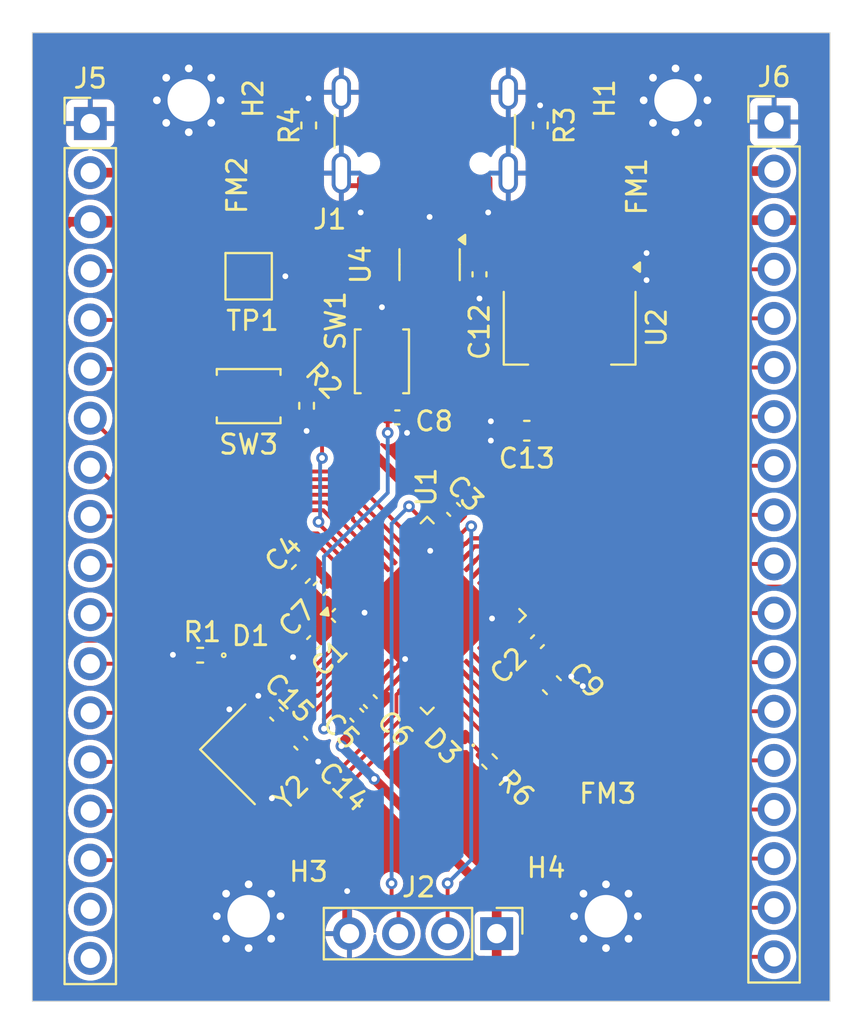
<source format=kicad_pcb>
(kicad_pcb (version 20240108) (generator "pcbnew") (generator_version "8.0")
  (layers (0 "F.Cu" signal) (31 "B.Cu" power) (34 "B.Paste" user) (35 "F.Paste" user) (36 "B.SilkS" user "B.Silkscreen") (37 "F.SilkS" user "F.Silkscreen") (38 "B.Mask" user) (39 "F.Mask" user) (44 "Edge.Cuts" user))
  (net 0 "")
  (net 1 "GND")
  (net 2 "+3.3V")
  (net 3 "/NRST")
  (net 4 "Net-(U1-VCAP1)")
  (net 5 "+5V")
  (net 6 "/HSE_OUT")
  (net 7 "/HSE_IN")
  (net 8 "/LED_PWR")
  (net 9 "Net-(D1-K)")
  (net 10 "Net-(D3-K)")
  (net 11 "/LED_1")
  (net 13 "/USB_D-")
  (net 14 "Net-(J1-CC1)")
  (net 15 "/USB_D+")
  (net 16 "Net-(J1-CC2)")
  (net 18 "/SWD_DIO")
  (net 19 "/SWD_CLK")
  (net 20 "/PA4")
  (net 21 "/PB0")
  (net 22 "/PA7")
  (net 23 "/PA1")
  (net 24 "/PA5")
  (net 25 "/PA2")
  (net 26 "/PA6")
  (net 27 "/PA9")
  (net 28 "/PB15")
  (net 29 "/PB14")
  (net 30 "/PB13")
  (net 31 "/PB12")
  (net 32 "/BOOT0")
  (net 33 "Net-(J1-D+-PadA6)")
  (net 34 "Net-(J1-D--PadA7)")
  (net 37 "/PB10")
  (net 38 "/PA10")
  (net 39 "/PB1")
  (net 40 "/PB2")
  (net 41 "/PA8")
  (net 42 "/PC14")
  (net 43 "/PC15")
  (net 44 "/PB8")
  (net 45 "/PA0")
  (net 46 "/PB3")
  (net 47 "/PB5")
  (net 48 "/PB9")
  (net 49 "/PA15")
  (net 50 "/PB7")
  (net 51 "/PB4")
  (net 52 "/PB6")
  (footprint "Button_Switch_SMD:SW_SPST_B3U-1000P" (layer "F.Cu") (at 147.2 91.5 90)
    (property "Reference" "SW1")
    (property "Value" "Push")
  )
  (footprint "Capacitor_SMD:C_0402_1005Metric" (layer "F.Cu") (at 144 103.25 45)
    (property "Reference" "C7")
    (property "Value" "100n")
  )
  (footprint "Capacitor_SMD:C_0402_1005Metric" (layer "F.Cu") (at 141.75 109.75 135)
    (property "Reference" "C15")
    (property "Value" "10pF")
  )
  (footprint "LED_SMD:LED_0402_1005Metric" (layer "F.Cu") (at 140.1 106.7)
    (property "Reference" "D1")
    (property "Value" "LED")
  )
  (footprint "Capacitor_SMD:C_0402_1005Metric" (layer "F.Cu") (at 145.9 109.8 135)
    (property "Reference" "C5")
    (property "Value" "100n")
  )
  (footprint "Connector_PinHeader_2.54mm:PinHeader_1x18_P2.54mm_Vertical" (layer "F.Cu") (at 167.5 79.12)
    (property "Reference" "J6")
    (property "Value" "Conn_01x18")
  )
  (footprint "Button_Switch_SMD:SW_SPST_B3U-1000P" (layer "F.Cu") (at 140.3 93.3 180)
    (property "Reference" "SW3")
    (property "Value" "Push")
  )
  (footprint "Resistor_SMD:R_0402_1005Metric" (layer "F.Cu") (at 152.771213 112.200035 -45)
    (property "Reference" "R6")
    (property "Value" "220")
  )
  (footprint "MountingHole:MountingHole_2.2mm_M2_Pad_Via" (layer "F.Cu") (at 140.3 120.2)
    (property "Reference" "H3")
    (property "Value" "MountingHole_Pad")
  )
  (footprint "Capacitor_SMD:C_0402_1005Metric" (layer "F.Cu") (at 152.25 87 -90)
    (property "Reference" "C12")
    (property "Value" "10u")
  )
  (footprint "Package_DFN_QFN:QFN-48-1EP_7x7mm_P0.5mm_EP5.6x5.6mm" (layer "F.Cu") (at 149.542744 104.645584 45)
    (property "Reference" "U1")
    (property "Value" "STM32F411CCU6")
  )
  (footprint "Capacitor_SMD:C_0402_1005Metric" (layer "F.Cu") (at 155.25 106 -135)
    (property "Reference" "C2")
    (property "Value" "100n")
  )
  (footprint "Connector_USB:USB_C_Receptacle_GCT_USB4105-xx-A_16P_TopMnt_Horizontal" (layer "F.Cu") (at 149.417967 78.659448 180)
    (property "Reference" "J1")
    (property "Value" "USB_C_Receptacle_USB2.0_16P")
  )
  (footprint "Package_TO_SOT_SMD:SOT-23-6" (layer "F.Cu") (at 149.667966 86.5 -90)
    (property "Reference" "U4")
    (property "Value" "2SC6")
  )
  (footprint "Connector_PinHeader_2.54mm:PinHeader_1x04_P2.54mm_Vertical" (layer "F.Cu") (at 153.14 121.1 -90)
    (property "Reference" "J2")
    (property "Value" "Conn_01x04")
  )
  (footprint "Capacitor_SMD:C_0402_1005Metric" (layer "F.Cu") (at 143.660589 106.039411 -135)
    (property "Reference" "C1")
    (property "Value" "100n")
  )
  (footprint "Fiducial:Fiducial_1mm_Mask2mm" (layer "F.Cu") (at 137.2 82.7)
    (property "Reference" "FM2")
    (property "Value" "Fiducial")
  )
  (footprint "Capacitor_SMD:C_0603_1608Metric" (layer "F.Cu") (at 156 108.25 -45)
    (property "Reference" "C9")
    (property "Value" "4u7")
  )
  (footprint "Fiducial:Fiducial_1mm_Mask2mm" (layer "F.Cu") (at 158.889411 115.860589)
    (property "Reference" "FM3")
    (property "Value" "Fiducial")
  )
  (footprint "LED_SMD:LED_0402_1005Metric" (layer "F.Cu") (at 151.160589 110.589411 135)
    (property "Reference" "D3")
    (property "Value" "LED")
  )
  (footprint "Capacitor_SMD:C_0402_1005Metric" (layer "F.Cu") (at 146.6 109.1 135)
    (property "Reference" "C6")
    (property "Value" "1u")
  )
  (footprint "Resistor_SMD:R_0402_1005Metric" (layer "F.Cu") (at 143.3 93.8 90)
    (property "Reference" "R2")
    (property "Value" "10K")
  )
  (footprint "MountingHole:MountingHole_2.2mm_M2_Pad_Via" (layer "F.Cu") (at 162.4 78)
    (property "Reference" "H1")
    (property "Value" "MountingHole_Pad")
  )
  (footprint "TestPoint:TestPoint_Pad_2.0x2.0mm" (layer "F.Cu") (at 140.3 87.1)
    (property "Reference" "TP1")
    (property "Value" "TestPoint")
  )
  (footprint "Fiducial:Fiducial_1mm_Mask2mm" (layer "F.Cu") (at 162.4 82.7)
    (property "Reference" "FM1")
    (property "Value" "Fiducial")
  )
  (footprint "Resistor_SMD:R_0402_1005Metric" (layer "F.Cu") (at 155.4 79.3 90)
    (property "Reference" "R3")
    (property "Value" "5.1k")
  )
  (footprint "Resistor_SMD:R_0402_1005Metric" (layer "F.Cu") (at 137.790001 106.7 180)
    (property "Reference" "R1")
    (property "Value" "220")
  )
  (footprint "Capacitor_SMD:C_0402_1005Metric" (layer "F.Cu") (at 148 94.4 180)
    (property "Reference" "C8")
    (property "Value" "0.1u")
  )
  (footprint "Capacitor_SMD:C_0402_1005Metric" (layer "F.Cu") (at 150.910589 99.160589 -45)
    (property "Reference" "C3")
    (property "Value" "100n")
  )
  (footprint "Capacitor_SMD:C_0603_1608Metric" (layer "F.Cu") (at 154.7 95.089411 180)
    (property "Reference" "C13")
    (property "Value" "22u")
  )
  (footprint "Capacitor_SMD:C_0402_1005Metric" (layer "F.Cu") (at 143 111.25 -45)
    (property "Reference" "C14")
    (property "Value" "10pF")
  )
  (footprint "Connector_PinHeader_2.54mm:PinHeader_1x18_P2.54mm_Vertical" (layer "F.Cu") (at 132.1 79.2)
    (property "Reference" "J5")
    (property "Value" "Conn_01x18")
  )
  (footprint "Capacitor_SMD:C_0603_1608Metric" (layer "F.Cu") (at 143 102.5 45)
    (property "Reference" "C4")
    (property "Value" "4u7")
  )
  (footprint "Package_TO_SOT_SMD:SOT-223-3_TabPin2" (layer "F.Cu") (at 156.917968 89.759447 -90)
    (property "Reference" "U2")
    (property "Value" "AZ1117-3.3")
  )
  (footprint "Resistor_SMD:R_0402_1005Metric" (layer "F.Cu") (at 143.410589 79.3 -90)
    (property "Reference" "R4")
    (property "Value" "5.1K")
  )
  (footprint "MountingHole:MountingHole_2.2mm_M2_Pad_Via" (layer "F.Cu") (at 137.2 78)
    (property "Reference" "H2")
    (property "Value" "MountingHole_Pad")
  )
  (footprint "MountingHole:MountingHole_2.2mm_M2_Pad_Via" (layer "F.Cu") (at 158.8 120.2)
    (property "Reference" "H4")
    (property "Value" "MountingHole_Pad")
  )
  (footprint "Crystal:Crystal_SMD_Abracon_ABM8G-4Pin_3.2x2.5mm" (layer "F.Cu") (at 140.371142 111.823223 -45)
    (property "Reference" "Y2")
    (property "Value" "8MHz")
  )
  (gr_rect (start 129.1 74.5) (end 170.4 124.6) (stroke (width 0.05)) (fill none) (layer "Edge.Cuts"))
  (segment (start 148.5 95.2) (end 148.5 94.4) (width 0.5) (layer "F.Cu") (net 1))
  (segment (start 153.979141 105.9) (end 154.471178 105.9) (width 0.2) (layer "F.Cu") (net 1))
  (segment (start 142.9 106.8) (end 143.321178 106.378822) (width 0.5) (layer "F.Cu") (net 1))
  (segment (start 150.382433 100.623914) (end 150.9 100.106347) (width 0.2) (layer "F.Cu") (net 1))
  (segment (start 140.3 87.1) (end 142.2 87.1) (width 0.5) (layer "F.Cu") (net 1))
  (segment (start 142.6 106.8) (end 142.9 106.8) (width 0.5) (layer "F.Cu") (net 1))
  (segment (start 143.339411 111.589411) (end 143.339411 111.639411) (width 0.5) (layer "F.Cu") (net 1))
  (segment (start 150.376086 100.623914) (end 149.7 101.3) (width 0.2) (layer "F.Cu") (net 1))
  (segment (start 143.410589 78.790001) (end 143.410589 77.910589) (width 0.5) (layer "F.Cu") (net 1))
  (segment (start 150.9 100.106347) (end 150.9 99.85) (width 0.2) (layer "F.Cu") (net 1))
  (segment (start 143.339411 111.639411) (end 143.9 112.2) (width 0.5) (layer "F.Cu") (net 1))
  (segment (start 152.617967 83.717967) (end 152.7 83.8) (width 0.5) (layer "F.Cu") (net 1))
  (segment (start 140.602081 113.202081) (end 141.5 114.1) (width 0.5) (layer "F.Cu") (net 1))
  (segment (start 144.339411 102.910589) (end 144.339411 102.743395) (width 0.5) (layer "F.Cu") (net 1))
  (segment (start 143.3 95.1) (end 143.3 94.309999) (width 0.5) (layer "F.Cu") (net 1))
  (segment (start 146.217967 83.682033) (end 146.1 83.8) (width 0.5) (layer "F.Cu") (net 1))
  (segment (start 147.693406 107.606594) (end 148.4 106.9) (width 0.2) (layer "F.Cu") (net 1))
  (segment (start 136.390295 106.689411) (end 136.379706 106.678822) (width 0.5) (layer "F.Cu") (net 1))
  (segment (start 140.194365 110.394365) (end 139.3 109.5) (width 0.5) (layer "F.Cu") (net 1))
  (segment (start 145.521074 103.805895) (end 145.201543 103.486364) (width 0.2) (layer "F.Cu") (net 1))
  (segment (start 147 108.3) (end 146.721178 108.3) (width 0.3) (layer "F.Cu") (net 1))
  (segment (start 143.410589 77.910589) (end 143.4 77.9) (width 0.5) (layer "F.Cu") (net 1))
  (segment (start 144.915186 103.486364) (end 144.339411 102.910589) (width 0.2) (layer "F.Cu") (net 1))
  (segment (start 153.564414 105.464414) (end 152.9 104.8) (width 0.2) (layer "F.Cu") (net 1))
  (segment (start 147.642395 107.657605) (end 147.2 108.1) (width 0.2) (layer "F.Cu") (net 1))
  (segment (start 141.410589 109.410589) (end 140.8 108.8) (width 0.5) (layer "F.Cu") (net 1))
  (segment (start 140.547919 113.202081) (end 140.602081 113.202081) (width 0.5) (layer "F.Cu") (net 1))
  (segment (start 146.260589 108.760589) (end 145.560589 109.460589) (width 0.5) (layer "F.Cu") (net 1))
  (segment (start 152.617967 82.414448) (end 152.617967 83.717967) (width 0.5) (layer "F.Cu") (net 1))
  (segment (start 146.721178 108.3) (end 146.260589 108.760589) (width 0.3) (layer "F.Cu") (net 1))
  (segment (start 154.471178 105.9) (end 154.910589 106.339411) (width 0.2) (layer "F.Cu") (net 1))
  (segment (start 147.2 108.1) (end 147 108.3) (width 0.3) (layer "F.Cu") (net 1))
  (segment (start 147.2 89.799999) (end 147.2 88.7) (width 0.5) (layer "F.Cu") (net 1))
  (segment (start 150.9 99.85) (end 151.25 99.5) (width 0.2) (layer "F.Cu") (net 1))
  (segment (start 145.521074 103.805895) (end 145.605895 103.805895) (width 0.2) (layer "F.Cu") (net 1))
  (segment (start 155.4 79.090001) (end 155.4 78.271178) (width 0.5) (layer "F.Cu") (net 1))
  (segment (start 145.4 120.98) (end 145.52 121.1) (width 0.5) (layer "F.Cu") (net 1))
  (segment (start 153.6 113.1) (end 153.131837 112.631837) (width 0.5) (layer "F.Cu") (net 1))
  (segment (start 144.339411 102.743395) (end 143.548008 101.951992) (width 0.5) (layer "F.Cu") (net 1))
  (segment (start 146.217967 82.414448) (end 146.217967 83.682033) (width 0.5) (layer "F.Cu") (net 1))
  (segment (start 153.564414 105.485273) (end 153.564414 105.464414) (width 0.2) (layer "F.Cu") (net 1))
  (segment (start 150.382433 100.623914) (end 150.376086 100.623914) (width 0.2) (layer "F.Cu") (net 1))
  (segment (start 149.667966 84.032034) (end 149.667966 85.3625) (width 0.5) (layer "F.Cu") (net 1))
  (segment (start 147.642395 107.606594) (end 147.642395 107.657605) (width 0.2) (layer "F.Cu") (net 1))
  (segment (start 155.4 78.271178) (end 155.389411 78.260589) (width 0.5) (layer "F.Cu") (net 1))
  (segment (start 145.605895 103.805895) (end 146.3 104.5) (width 0.2) (layer "F.Cu") (net 1))
  (segment (start 140.194365 110.444365) (end 140.194365 110.394365) (width 0.5) (layer "F.Cu") (net 1))
  (segment (start 152.25 88.25) (end 152.25 87.48) (width 0.5) (layer "F.Cu") (net 1))
  (segment (start 153.131837 112.631837) (end 153.131837 112.560659) (width 0.5) (layer "F.Cu") (net 1))
  (segment (start 137.209706 106.689411) (end 136.390295 106.689411) (width 0.5) (layer "F.Cu") (net 1))
  (segment (start 153.564414 105.485273) (end 153.979141 105.9) (width 0.2) (layer "F.Cu") (net 1))
  (segment (start 147.642395 107.606594) (end 147.693406 107.606594) (width 0.2) (layer "F.Cu") (net 1))
  (segment (start 145.4 118.9) (end 145.4 120.98) (width 0.5) (layer "F.Cu") (net 1))
  (segment (start 145.201543 103.486364) (end 144.915186 103.486364) (width 0.2) (layer "F.Cu") (net 1))
  (via (at 149.7 101.3) (size 0.6) (drill 0.3) (layers "F.Cu" "B.Cu") (net 1))
  (via (at 149.667966 84.032034) (size 0.6) (drill 0.3) (layers "F.Cu" "B.Cu") (net 1))
  (via (at 153.6 113.1) (size 0.6) (drill 0.3) (layers "F.Cu" "B.Cu") (net 1))
  (via (at 145.4 118.9) (size 0.6) (drill 0.3) (layers "F.Cu" "B.Cu") (net 1))
  (via (at 140.8 108.8) (size 0.6) (drill 0.3) (layers "F.Cu" "B.Cu") (net 1))
  (via (at 147.2 88.7) (size 0.6) (drill 0.3) (layers "F.Cu" "B.Cu") (net 1))
  (via (at 142.2 87.1) (size 0.6) (drill 0.3) (layers "F.Cu" "B.Cu") (net 1))
  (via (at 152.9 104.8) (size 0.6) (drill 0.3) (layers "F.Cu" "B.Cu") (net 1))
  (via (at 152.7 83.8) (size 0.6) (drill 0.3) (layers "F.Cu" "B.Cu") (net 1))
  (via (at 146.3 104.5) (size 0.6) (drill 0.3) (layers "F.Cu" "B.Cu") (net 1))
  (via (at 157 107.8) (size 0.6) (drill 0.3) (layers "F.Cu" "B.Cu") (net 1))
  (via (at 141.5 114.1) (size 0.6) (drill 0.3) (layers "F.Cu" "B.Cu") (net 1))
  (via (at 160.9 87.3) (size 0.6) (drill 0.3) (layers "F.Cu" "B.Cu") (net 1))
  (via (at 157.6 108.3) (size 0.6) (drill 0.3) (layers "F.Cu" "B.Cu") (net 1))
  (via (at 142.6 106.8) (size 0.6) (drill 0.3) (layers "F.Cu" "B.Cu") (net 1))
  (via (at 152.839411 95.6) (size 0.6) (drill 0.3) (layers "F.Cu" "B.Cu") (net 1))
  (via (at 143.9 112.2) (size 0.6) (drill 0.3) (layers "F.Cu" "B.Cu") (net 1))
  (via (at 146.1 83.8) (size 0.6) (drill 0.3) (layers "F.Cu" "B.Cu") (net 1))
  (via (at 160.9 85.9) (size 0.6) (drill 0.3) (layers "F.Cu" "B.Cu") (net 1))
  (via (at 152.25 88.25) (size 0.6) (drill 0.3) (layers "F.Cu" "B.Cu") (net 1))
  (via (at 143.4 77.9) (size 0.6) (drill 0.3) (layers "F.Cu" "B.Cu") (net 1))
  (via (at 139.3 109.5) (size 0.6) (drill 0.3) (layers "F.Cu" "B.Cu") (net 1))
  (via (at 148.4 106.9) (size 0.6) (drill 0.3) (layers "F.Cu" "B.Cu") (net 1))
  (via (at 136.379706 106.678822) (size 0.6) (drill 0.3) (layers "F.Cu" "B.Cu") (net 1))
  (via (at 143.3 95.1) (size 0.6) (drill 0.3) (layers "F.Cu" "B.Cu") (net 1))
  (via (at 152.839411 94.6) (size 0.6) (drill 0.3) (layers "F.Cu" "B.Cu") (net 1))
  (via (at 148.5 95.2) (size 0.6) (drill 0.3) (layers "F.Cu" "B.Cu") (net 1))
  (via (at 155.389411 78.260589) (size 0.6) (drill 0.3) (layers "F.Cu" "B.Cu") (net 1))
  (segment (start 156.5 106.6) (end 156.1 106.2) (width 0.5) (layer "F.Cu") (net 2))
  (segment (start 169.1 84.2) (end 169.7 84.8) (width 0.5) (layer "F.Cu") (net 2))
  (segment (start 144.8 92.6) (end 144.8 94.3) (width 0.5) (layer "F.Cu") (net 2))
  (segment (start 150 98.2) (end 150 98.25) (width 0.5) (layer "F.Cu") (net 2))
  (segment (start 169.7 84.8) (end 169.7 103.2) (width 0.5) (layer "F.Cu") (net 2))
  (segment (start 154.928822 105) (end 154.628822 104.7) (width 0.2) (layer "F.Cu") (net 2))
  (segment (start 147.4 108.8) (end 147.4 108.556095) (width 0.2) (layer "F.Cu") (net 2))
  (segment (start 169.7 105.7) (end 169.6 105.8) (width 0.3) (layer "F.Cu") (net 2))
  (segment (start 169.7 105.7) (end 169.7 105.9) (width 0.5) (layer "F.Cu") (net 2))
  (segment (start 154.349687 104.7) (end 153.917967 105.13172) (width 0.2) (layer "F.Cu") (net 2))
  (segment (start 165.6 103.2) (end 161.1 103.2) (width 0.5) (layer "F.Cu") (net 2))
  (segment (start 130.689411 123.989411) (end 129.8 123.1) (width 0.5) (layer "F.Cu") (net 2))
  (segment (start 147.4 108.556095) (end 147.995948 107.960147) (width 0.2) (layer "F.Cu") (net 2))
  (segment (start 135.5 105.9) (end 136.8 104.6) (width 0.5) (layer "F.Cu") (net 2))
  (segment (start 144.8 94.3) (end 148.2 97.7) (width 0.5) (layer "F.Cu") (net 2))
  (segment (start 132.1 84.28) (end 134.08 84.28) (width 0.6) (layer "F.Cu") (net 2))
  (segment (start 153.14 121.1) (end 153.14 119.44) (width 0.5) (layer "F.Cu") (net 2))
  (segment (start 169.7 123.5) (end 169.210589 123.989411) (width 0.5) (layer "F.Cu") (net 2))
  (segment (start 131.02 84.28) (end 132.1 84.28) (width 0.5) (layer "F.Cu") (net 2))
  (segment (start 149.7 99.7) (end 149.7 99.941481) (width 0.2) (layer "F.Cu") (net 2))
  (segment (start 145.1 111.4) (end 145.1 111.278822) (width 0.5) (layer "F.Cu") (net 2))
  (segment (start 161.1 103.2) (end 157.7 106.6) (width 0.5) (layer "F.Cu") (net 2))
  (segment (start 153.989411 123.989411) (end 153.14 123.14) (width 0.5) (layer "F.Cu") (net 2))
  (segment (start 148.2 97.7) (end 149.5 97.7) (width 0.5) (layer "F.Cu") (net 2))
  (segment (start 129.8 123.1) (end 129.8 105.9) (width 0.5) (layer "F.Cu") (net 2))
  (segment (start 165.8 84.2) (end 167.5 84.2) (width 0.5) (layer "F.Cu") (net 2))
  (segment (start 153.989411 123.989411) (end 130.689411 123.989411) (width 0.5) (layer "F.Cu") (net 2))
  (segment (start 149.9 99.492356) (end 149.9 99.5) (width 0.2) (layer "F.Cu") (net 2))
  (segment (start 149.5 97.7) (end 150 98.2) (width 0.5) (layer "F.Cu") (net 2))
  (segment (start 146.939411 109.439411) (end 146.239411 110.139411) (width 0.5) (layer "F.Cu") (net 2))
  (segment (start 162.8 85.8) (end 164.2 85.8) (width 0.5) (layer "F.Cu") (net 2))
  (segment (start 149.9 99.5) (end 149.7 99.7) (width 0.2) (layer "F.Cu") (net 2))
  (segment (start 155.589411 105.660589) (end 154.928822 105) (width 0.5) (layer "F.Cu") (net 2))
  (segment (start 140.9 104.6) (end 142.451992 103.048008) (width 0.5) (layer "F.Cu") (net 2))
  (segment (start 137.1 87.3) (end 137.1 89.9) (width 0.6) (layer "F.Cu") (net 2))
  (segment (start 160.510589 95.089411) (end 162 93.6) (width 0.5) (layer "F.Cu") (net 2))
  (segment (start 154.628822 104.7) (end 154.349687 104.7) (width 0.2) (layer "F.Cu") (net 2))
  (segment (start 145.1 111.278822) (end 146.239411 110.139411) (width 0.5) (layer "F.Cu") (net 2))
  (segment (start 167.5 84.2) (end 169.1 84.2) (width 0.5) (layer "F.Cu") (net 2))
  (segment (start 157.7 106.6) (end 156.5 106.6) (width 0.5) (layer "F.Cu") (net 2))
  (segment (start 137.1 92.4) (end 138 93.3) (width 0.6) (layer "F.Cu") (net 2))
  (segment (start 164.2 85.8) (end 165.8 84.2) (width 0.5) (layer "F.Cu") (net 2))
  (segment (start 147.4 108.8) (end 147.4 108.978822) (width 0.5) (layer "F.Cu") (net 2))
  (segment (start 169.7 103.2) (end 169.7 105.7) (width 0.5) (layer "F.Cu") (net 2))
  (segment (start 149.7 99.941481) (end 150.02888 100.270361) (width 0.2) (layer "F.Cu") (net 2))
  (segment (start 147.4 108.978822) (end 146.939411 109.439411) (width 0.5) (layer "F.Cu") (net 2))
  (segment (start 134 105.9) (end 135.5 105.9) (width 0.5) (layer "F.Cu") (net 2))
  (segment (start 138 93.3) (end 138.599999 93.3) (width 0.6) (layer "F.Cu") (net 2))
  (segment (start 153.14 119.44) (end 146.8 113.1) (width 0.5) (layer "F.Cu") (net 2))
  (segment (start 137.1 89.9) (end 142.1 89.9) (width 0.5) (layer "F.Cu") (net 2))
  (segment (start 155.6 95.214411) (end 155.475 95.089411) (width 0.5) (layer "F.Cu") (net 2))
  (segment (start 134.08 84.28) (end 137.1 87.3) (width 0.6) (layer "F.Cu") (net 2))
  (segment (start 137.1 89.9) (end 137.1 92.4) (width 0.6) (layer "F.Cu") (net 2))
  (segment (start 129.8 105.9) (end 134 105.9) (width 0.3) (layer "F.Cu") (net 2))
  (segment (start 169.7 105.9) (end 169.7 123.5) (width 0.5) (layer "F.Cu") (net 2))
  (segment (start 153.14 123.14) (end 153.14 121.1) (width 0.5) (layer "F.Cu") (net 2))
  (segment (start 162 93.6) (end 162 86.6) (width 0.5) (layer "F.Cu") (net 2))
  (segment (start 150 98.25) (end 150.571178 98.821178) (width 0.5) (layer "F.Cu") (net 2))
  (segment (start 169.210589 123.989411) (end 153.989411 123.989411) (width 0.5) (layer "F.Cu") (net 2))
  (segment (start 129.8 85.5) (end 131.02 84.28) (width 0.5) (layer "F.Cu") (net 2))
  (segment (start 136.8 104.6) (end 140.9 104.6) (width 0.5) (layer "F.Cu") (net 2))
  (segment (start 156.1 106.2) (end 156.1 106.171178) (width 0.5) (layer "F.Cu") (net 2))
  (segment (start 169.7 103.2) (end 165.6 103.2) (width 0.3) (layer "F.Cu") (net 2))
  (segment (start 162 86.6) (end 162.8 85.8) (width 0.5) (layer "F.Cu") (net 2))
  (segment (start 150.571178 98.821178) (end 149.9 99.492356) (width 0.2) (layer "F.Cu") (net 2))
  (segment (start 129.8 105.9) (end 129.8 85.5) (width 0.5) (layer "F.Cu") (net 2))
  (segment (start 156.1 106.171178) (end 155.589411 105.660589) (width 0.5) (layer "F.Cu") (net 2))
  (segment (start 142.1 89.9) (end 144.8 92.6) (width 0.5) (layer "F.Cu") (net 2))
  (segment (start 155.475 95.089411) (end 160.510589 95.089411) (width 0.5) (layer "F.Cu") (net 2))
  (via (at 146.8 113.1) (size 0.6) (drill 0.3) (layers "F.Cu" "B.Cu") (net 2))
  (via (at 145.1 111.4) (size 0.6) (drill 0.3) (layers "F.Cu" "B.Cu") (net 2))
  (segment (start 146.8 113.1) (end 145.1 111.4) (width 0.5) (layer "B.Cu") (net 2))
  (segment (start 147.52 94.4) (end 147.52 93.520001) (width 0.2) (layer "F.Cu") (net 3))
  (segment (start 147.5 94.42) (end 147.52 94.4) (width 0.2) (layer "F.Cu") (net 3))
  (segment (start 146.691881 107.85) (end 146.350934 107.85) (width 0.2) (layer "F.Cu") (net 3))
  (segment (start 144.2 110.000934) (end 144.2 110.5) (width 0.2) (layer "F.Cu") (net 3))
  (segment (start 147.288841 107.25304) (end 146.691881 107.85) (width 0.2) (layer "F.Cu") (net 3))
  (segment (start 147.5 95.2) (end 147.5 94.42) (width 0.2) (layer "F.Cu") (net 3))
  (segment (start 147.52 93.520001) (end 147.2 93.200001) (width 0.2) (layer "F.Cu") (net 3))
  (segment (start 146.350934 107.85) (end 144.2 110.000934) (width 0.2) (layer "F.Cu") (net 3))
  (via (at 144.2 110.5) (size 0.6) (drill 0.3) (layers "F.Cu" "B.Cu") (net 3))
  (via (at 147.5 95.2) (size 0.6) (drill 0.3) (layers "F.Cu" "B.Cu") (net 3))
  (segment (start 144.2 101.6) (end 144.2 110.5) (width 0.2) (layer "B.Cu") (net 3))
  (segment (start 147.5 98.3) (end 144.2 101.6) (width 0.2) (layer "B.Cu") (net 3))
  (segment (start 147.5 95.2) (end 147.5 98.3) (width 0.2) (layer "B.Cu") (net 3))
  (segment (start 154.5 107.1) (end 154.85 107.1) (width 0.25) (layer "F.Cu") (net 4))
  (segment (start 154.85 107.1) (end 155.451992 107.701992) (width 0.25) (layer "F.Cu") (net 4))
  (segment (start 153.238827 105.838827) (end 154.5 107.1) (width 0.25) (layer "F.Cu") (net 4))
  (segment (start 153.21086 105.838827) (end 153.238827 105.838827) (width 0.25) (layer "F.Cu") (net 4))
  (segment (start 149.815932 86.52) (end 151 86.52) (width 0.5) (layer "F.Cu") (net 5))
  (segment (start 149.5 86.5) (end 149.667966 86.667966) (width 0.5) (layer "F.Cu") (net 5))
  (segment (start 165.34 81.66) (end 167.5 81.66) (width 0.5) (layer "F.Cu") (net 5))
  (segment (start 151.817967 82.339448) (end 151.817967 85.702033) (width 0.5) (layer "F.Cu") (net 5))
  (segment (start 148 86.5) (end 149.5 86.5) (width 0.5) (layer "F.Cu") (net 5))
  (segment (start 136.3 85) (end 146.5 85) (width 0.5) (layer "F.Cu") (net 5))
  (segment (start 154.617968 85.082032) (end 154.8 84.9) (width 0.5) (layer "F.Cu") (net 5))
  (segment (start 149.667966 86.667966) (end 149.815932 86.52) (width 0.5) (layer "F.Cu") (net 5))
  (segment (start 154.8 84.9) (end 163.1 84.9) (width 0.5) (layer "F.Cu") (net 5))
  (segment (start 149.667966 86.667966) (end 149.667966 87.6375) (width 0.5) (layer "F.Cu") (net 5))
  (segment (start 154.617968 86.609447) (end 154.617968 85.082032) (width 0.5) (layer "F.Cu") (net 5))
  (segment (start 151 86.52) (end 152.25 86.52) (width 0.5) (layer "F.Cu") (net 5))
  (segment (start 152.25 86.52) (end 154.528521 86.52) (width 0.5) (layer "F.Cu") (net 5))
  (segment (start 134.8 82.4) (end 134.8 83.5) (width 0.5) (layer "F.Cu") (net 5))
  (segment (start 134.8 83.5) (end 136.3 85) (width 0.5) (layer "F.Cu") (net 5))
  (segment (start 134.14 81.74) (end 134.8 82.4) (width 0.5) (layer "F.Cu") (net 5))
  (segment (start 151.817967 85.702033) (end 151 86.52) (width 0.5) (layer "F.Cu") (net 5))
  (segment (start 163.1 84.9) (end 164.5 83.5) (width 0.5) (layer "F.Cu") (net 5))
  (segment (start 164.5 83.5) (end 164.5 82.5) (width 0.5) (layer "F.Cu") (net 5))
  (segment (start 147.017967 82.339448) (end 147.017967 85.517967) (width 0.5) (layer "F.Cu") (net 5))
  (segment (start 146.5 85) (end 147.017967 85.517967) (width 0.5) (layer "F.Cu") (net 5))
  (segment (start 147.017967 85.517967) (end 148 86.5) (width 0.5) (layer "F.Cu") (net 5))
  (segment (start 154.528521 86.52) (end 154.617968 86.609447) (width 0.5) (layer "F.Cu") (net 5))
  (segment (start 164.5 82.5) (end 165.34 81.66) (width 0.5) (layer "F.Cu") (net 5))
  (segment (start 132.1 81.74) (end 134.14 81.74) (width 0.5) (layer "F.Cu") (net 5))
  (segment (start 146.935288 106.899487) (end 146.429971 107.404804) (width 0.2) (layer "F.Cu") (net 6))
  (segment (start 142.660589 110.639411) (end 142.660589 110.910589) (width 0.2) (layer "F.Cu") (net 6))
  (segment (start 145.895196 107.404804) (end 142.660589 110.639411) (width 0.2) (layer "F.Cu") (net 6))
  (segment (start 146.429971 107.404804) (end 145.895196 107.404804) (width 0.2) (layer "F.Cu") (net 6))
  (segment (start 141.75 111.821178) (end 142.660589 110.910589) (width 0.2) (layer "F.Cu") (net 6))
  (segment (start 141.75 112) (end 141.75 111.821178) (width 0.2) (layer "F.Cu") (net 6))
  (segment (start 139.645838 112.3) (end 138.992284 111.646446) (width 0.2) (layer "F.Cu") (net 7))
  (segment (start 146.581734 106.545933) (end 146.554067 106.545933) (width 0.2) (layer "F.Cu") (net 7))
  (segment (start 143.378822 108.8) (end 142.089411 110.089411) (width 0.2) (layer "F.Cu") (net 7))
  (segment (start 146.581734 106.545933) (end 146.122863 107.004804) (width 0.2) (layer "F.Cu") (net 7))
  (segment (start 146.122863 107.004804) (end 145.695196 107.004804) (width 0.2) (layer "F.Cu") (net 7))
  (segment (start 142.089411 110.089411) (end 139.878822 112.3) (width 0.2) (layer "F.Cu") (net 7))
  (segment (start 143.9 108.8) (end 143.378822 108.8) (width 0.2) (layer "F.Cu") (net 7))
  (segment (start 139.878822 112.3) (end 139.645838 112.3) (width 0.2) (layer "F.Cu") (net 7))
  (segment (start 145.695196 107.004804) (end 143.9 108.8) (width 0.2) (layer "F.Cu") (net 7))
  (segment (start 143.6 107.4) (end 142.1 107.4) (width 0.2) (layer "F.Cu") (net 8))
  (segment (start 145.201543 105.804804) (end 145.195196 105.804804) (width 0.2) (layer "F.Cu") (net 8))
  (segment (start 142.1 107.4) (end 141.4 106.7) (width 0.2) (layer "F.Cu") (net 8))
  (segment (start 141.4 106.7) (end 140.585 106.7) (width 0.2) (layer "F.Cu") (net 8))
  (segment (start 145.521074 105.485273) (end 145.201543 105.804804) (width 0.2) (layer "F.Cu") (net 8))
  (segment (start 145.195196 105.804804) (end 143.6 107.4) (width 0.2) (layer "F.Cu") (net 8))
  (segment (start 139.615 106.7) (end 138.3 106.7) (width 0.2) (layer "F.Cu") (net 9))
  (segment (start 151.503536 110.932358) (end 152.410589 111.839411) (width 0.2) (layer "F.Cu") (net 10))
  (segment (start 150.02888 109.457702) (end 150.817642 110.246464) (width 0.2) (layer "F.Cu") (net 11))
  (segment (start 150.02888 109.020807) (end 150.02888 109.457702) (width 0.2) (layer "F.Cu") (net 11))
  (segment (start 149.91 96.013014) (end 149.91 89.7) (width 0.22) (layer "F.Cu") (net 13))
  (segment (start 151.443093 101.684574) (end 151.443093 101.628006) (width 0.22) (layer "F.Cu") (net 13))
  (segment (start 149.91 89.29) (end 150.617965 88.582035) (width 0.2) (layer "F.Cu") (net 13))
  (segment (start 149.91 89.7) (end 149.91 89.29) (width 0.2) (layer "F.Cu") (net 13))
  (segment (start 151.838809 101.288858) (end 151.838809 101.23229) (width 0.22) (layer "F.Cu") (net 13))
  (segment (start 153.21 99.313014) (end 149.91 96.013014) (width 0.22) (layer "F.Cu") (net 13))
  (segment (start 150.617965 88.582035) (end 150.617965 87.6375) (width 0.2) (layer "F.Cu") (net 13))
  (segment (start 153.21 100.413895) (end 153.21 99.313014) (width 0.22) (layer "F.Cu") (net 13))
  (segment (start 151.838809 101.23229) (end 151.997091 101.074008) (width 0.22) (layer "F.Cu") (net 13))
  (segment (start 151.443093 101.684574) (end 151.838809 101.288858) (width 0.22) (layer "F.Cu") (net 13))
  (segment (start 151.997091 101.074008) (end 152.549887 101.074008) (width 0.22) (layer "F.Cu") (net 13))
  (segment (start 152.549887 101.074008) (end 153.21 100.413895) (width 0.22) (layer "F.Cu") (net 13))
  (segment (start 150.667967 80.732033) (end 151.6 79.8) (width 0.2) (layer "F.Cu") (net 14))
  (segment (start 154.9 79.8) (end 154.909999 79.809999) (width 0.2) (layer "F.Cu") (net 14))
  (segment (start 154.909999 79.809999) (end 155.4 79.809999) (width 0.2) (layer "F.Cu") (net 14))
  (segment (start 151.6 79.8) (end 154.9 79.8) (width 0.2) (layer "F.Cu") (net 14))
  (segment (start 150.667967 82.339447) (end 150.667967 80.732033) (width 0.2) (layer "F.Cu") (net 14))
  (segment (start 152.79 99.486986) (end 149.49 96.186986) (width 0.22) (layer "F.Cu") (net 15))
  (segment (start 149.49 89.7) (end 149.49 89.29) (width 0.2) (layer "F.Cu") (net 15))
  (segment (start 151.485256 100.935305) (end 151.541824 100.935305) (width 0.22) (layer "F.Cu") (net 15))
  (segment (start 151.08954 101.331021) (end 151.146108 101.331021) (width 0.22) (layer "F.Cu") (net 15))
  (segment (start 149.49 96.186986) (end 149.49 89.7) (width 0.22) (layer "F.Cu") (net 15))
  (segment (start 152.79 100.239923) (end 152.79 99.486986) (width 0.22) (layer "F.Cu") (net 15))
  (segment (start 151.541824 100.935305) (end 151.823121 100.654008) (width 0.22) (layer "F.Cu") (net 15))
  (segment (start 149.49 89.29) (end 148.717967 88.517967) (width 0.2) (layer "F.Cu") (net 15))
  (segment (start 151.823121 100.654008) (end 152.375915 100.654008) (width 0.22) (layer "F.Cu") (net 15))
  (segment (start 148.717967 88.517967) (end 148.717967 87.6375) (width 0.2) (layer "F.Cu") (net 15))
  (segment (start 152.375915 100.654008) (end 152.79 100.239923) (width 0.22) (layer "F.Cu") (net 15))
  (segment (start 151.08954 101.331021) (end 151.485256 100.935305) (width 0.22) (layer "F.Cu") (net 15))
  (segment (start 147.667967 80.767967) (end 146.709999 79.809999) (width 0.2) (layer "F.Cu") (net 16))
  (segment (start 146.709999 79.809999) (end 143.410589 79.809999) (width 0.2) (layer "F.Cu") (net 16))
  (segment (start 147.667967 82.339448) (end 147.667967 80.767967) (width 0.2) (layer "F.Cu") (net 16))
  (segment (start 150.6 118.5) (end 150.6 121.1) (width 0.2) (layer "F.Cu") (net 18))
  (segment (start 151.683822 100.029633) (end 151.823453 100.029633) (width 0.2) (layer "F.Cu") (net 18))
  (segment (start 150.735987 100.977468) (end 151.683822 100.029633) (width 0.2) (layer "F.Cu") (net 18))
  (via (at 151.823453 100.029633) (size 0.6) (drill 0.3) (layers "F.Cu" "B.Cu") (net 18))
  (via (at 150.6 118.5) (size 0.6) (drill 0.3) (layers "F.Cu" "B.Cu") (net 18))
  (segment (start 151.823453 100.029633) (end 151.823453 117.276547) (width 0.2) (layer "B.Cu") (net 18))
  (segment (start 151.823453 117.276547) (end 150.6 118.5) (width 0.2) (layer "B.Cu") (net 18))
  (segment (start 149.3 99.7) (end 149.1 99.5) (width 0.2) (layer "F.Cu") (net 19))
  (segment (start 147.7 118.5) (end 147.7 119.5) (width 0.2) (layer "F.Cu") (net 19))
  (segment (start 149.1 99.5) (end 148.6 99) (width 0.2) (layer "F.Cu") (net 19))
  (segment (start 149.3 100) (end 149.3 99.7) (width 0.2) (layer "F.Cu") (net 19))
  (segment (start 149.056608 100.256608) (end 149.056608 100.270361) (width 0.2) (layer "F.Cu") (net 19))
  (segment (start 147.7 119.5) (end 148.060001 119.860001) (width 0.2) (layer "F.Cu") (net 19))
  (segment (start 149.056608 100.270361) (end 149.3 100.026969) (width 0.2) (layer "F.Cu") (net 19))
  (segment (start 148.060001 119.860001) (end 148.060001 121.1) (width 0.2) (layer "F.Cu") (net 19))
  (segment (start 149.3 100.026969) (end 149.3 100) (width 0.2) (layer "F.Cu") (net 19))
  (via (at 148.6 99) (size 0.6) (drill 0.3) (layers "F.Cu" "B.Cu") (net 19))
  (via (at 147.7 118.5) (size 0.6) (drill 0.3) (layers "F.Cu" "B.Cu") (net 19))
  (segment (start 148.6 99) (end 147.7 99.9) (width 0.2) (layer "B.Cu") (net 19))
  (segment (start 147.7 99.9) (end 147.7 118.5) (width 0.2) (layer "B.Cu") (net 19))
  (segment (start 150.382433 108.682433) (end 156 114.3) (width 0.2) (layer "F.Cu") (net 20))
  (segment (start 162.9 121.4) (end 163.8 122.3) (width 0.2) (layer "F.Cu") (net 20))
  (segment (start 160.2 114.3) (end 162.9 117) (width 0.2) (layer "F.Cu") (net 20))
  (segment (start 162.9 117) (end 162.9 121.4) (width 0.2) (layer "F.Cu") (net 20))
  (segment (start 150.382433 108.667254) (end 150.382433 108.682433) (width 0.2) (layer "F.Cu") (net 20))
  (segment (start 163.8 122.3) (end 167.5 122.3) (width 0.2) (layer "F.Cu") (net 20))
  (segment (start 156 114.3) (end 160.2 114.3) (width 0.2) (layer "F.Cu") (net 20))
  (segment (start 151.796647 107.25304) (end 156.683607 112.14) (width 0.2) (layer "F.Cu") (net 21))
  (segment (start 156.683607 112.14) (end 167.5 112.14) (width 0.2) (layer "F.Cu") (net 21))
  (segment (start 161.9 113.1) (end 163.48 114.68) (width 0.2) (layer "F.Cu") (net 22))
  (segment (start 156.936499 113.1) (end 161.9 113.1) (width 0.2) (layer "F.Cu") (net 22))
  (segment (start 163.48 114.68) (end 167.5 114.68) (width 0.2) (layer "F.Cu") (net 22))
  (segment (start 151.443093 107.606594) (end 156.936499 113.1) (width 0.2) (layer "F.Cu") (net 22))
  (segment (start 135.367157 115.467157) (end 134.66 114.76) (width 0.2) (layer "F.Cu") (net 23))
  (segment (start 148.383524 109.816476) (end 142.732843 115.467157) (width 0.2) (layer "F.Cu") (net 23))
  (segment (start 148.703055 108.667254) (end 148.383524 108.986785) (width 0.2) (layer "F.Cu") (net 23))
  (segment (start 134.66 114.76) (end 132.1 114.76) (width 0.2) (layer "F.Cu") (net 23))
  (segment (start 148.383524 108.986785) (end 148.383524 109.816476) (width 0.2) (layer "F.Cu") (net 23))
  (segment (start 142.732843 115.467157) (end 135.367157 115.467157) (width 0.2) (layer "F.Cu") (net 23))
  (segment (start 150.735987 108.3137) (end 156.322287 113.9) (width 0.2) (layer "F.Cu") (net 24))
  (segment (start 164.5 119.1) (end 165.16 119.76) (width 0.2) (layer "F.Cu") (net 24))
  (segment (start 165.16 119.76) (end 167.5 119.76) (width 0.2) (layer "F.Cu") (net 24))
  (segment (start 160.365686 113.9) (end 164.5 118.034314) (width 0.2) (layer "F.Cu") (net 24))
  (segment (start 164.5 118.034314) (end 164.5 119.1) (width 0.2) (layer "F.Cu") (net 24))
  (segment (start 156.322287 113.9) (end 160.365686 113.9) (width 0.2) (layer "F.Cu") (net 24))
  (segment (start 149.056608 109.020807) (end 149.3 109.264199) (width 0.2) (layer "F.Cu") (net 25))
  (segment (start 149.3 109.264199) (end 149.3 109.6) (width 0.2) (layer "F.Cu") (net 25))
  (segment (start 141.6 117.3) (end 132.1 117.3) (width 0.2) (layer "F.Cu") (net 25))
  (segment (start 149.3 109.6) (end 141.6 117.3) (width 0.2) (layer "F.Cu") (net 25))
  (segment (start 164.251372 117.22) (end 167.5 117.22) (width 0.2) (layer "F.Cu") (net 26))
  (segment (start 156.629393 113.5) (end 160.531372 113.5) (width 0.2) (layer "F.Cu") (net 26))
  (segment (start 151.08954 107.960147) (end 156.629393 113.5) (width 0.2) (layer "F.Cu") (net 26))
  (segment (start 160.531372 113.5) (end 164.251372 117.22) (width 0.2) (layer "F.Cu") (net 26))
  (segment (start 155.7 101.5) (end 153.269408 101.5) (width 0.2) (layer "F.Cu") (net 27))
  (segment (start 152.657872 101.884009) (end 152.1502 102.391681) (width 0.2) (layer "F.Cu") (net 27))
  (segment (start 152.885399 101.884009) (end 152.657872 101.884009) (width 0.2) (layer "F.Cu") (net 27))
  (segment (start 165.82 89.28) (end 164 91.1) (width 0.2) (layer "F.Cu") (net 27))
  (segment (start 167.5 89.28) (end 165.82 89.28) (width 0.2) (layer "F.Cu") (net 27))
  (segment (start 164 93.2) (end 155.7 101.5) (width 0.2) (layer "F.Cu") (net 27))
  (segment (start 164 91.1) (end 164 93.2) (width 0.2) (layer "F.Cu") (net 27))
  (segment (start 153.269408 101.5) (end 152.885399 101.884009) (width 0.2) (layer "F.Cu") (net 27))
  (segment (start 156.434314 102.3) (end 164.374314 94.36) (width 0.2) (layer "F.Cu") (net 28))
  (segment (start 164.374314 94.36) (end 167.5 94.36) (width 0.2) (layer "F.Cu") (net 28))
  (segment (start 152.857307 103.098788) (end 153.656095 102.3) (width 0.2) (layer "F.Cu") (net 28))
  (segment (start 153.656095 102.3) (end 156.434314 102.3) (width 0.2) (layer "F.Cu") (net 28))
  (segment (start 162.4 96.9) (end 167.5 96.9) (width 0.2) (layer "F.Cu") (net 29))
  (segment (start 156.6 102.7) (end 162.4 96.9) (width 0.2) (layer "F.Cu") (net 29))
  (segment (start 153.963201 102.7) (end 156.6 102.7) (width 0.2) (layer "F.Cu") (net 29))
  (segment (start 153.21086 103.452341) (end 153.963201 102.7) (width 0.2) (layer "F.Cu") (net 29))
  (segment (start 160.494314 99.44) (end 167.5 99.44) (width 0.2) (layer "F.Cu") (net 30))
  (segment (start 154.270309 103.1) (end 156.834314 103.1) (width 0.2) (layer "F.Cu") (net 30))
  (segment (start 153.564414 103.805895) (end 154.270309 103.1) (width 0.2) (layer "F.Cu") (net 30))
  (segment (start 156.834314 103.1) (end 160.494314 99.44) (width 0.2) (layer "F.Cu") (net 30))
  (segment (start 153.917967 104.159448) (end 153.940552 104.159448) (width 0.2) (layer "F.Cu") (net 31))
  (segment (start 153.940552 104.159448) (end 154.6 103.5) (width 0.2) (layer "F.Cu") (net 31))
  (segment (start 154.6 103.5) (end 157 103.5) (width 0.2) (layer "F.Cu") (net 31))
  (segment (start 157 103.5) (end 158.52 101.98) (width 0.2) (layer "F.Cu") (net 31))
  (segment (start 158.52 101.98) (end 167.5 101.98) (width 0.2) (layer "F.Cu") (net 31))
  (segment (start 146 102.3) (end 146 101.968628) (width 0.2) (layer "F.Cu") (net 32))
  (segment (start 144.031372 100) (end 144.031372 99.916598) (width 0.2) (layer "F.Cu") (net 32))
  (segment (start 142.01 93.290001) (end 142.000001 93.3) (width 0.2) (layer "F.Cu") (net 32))
  (segment (start 146.475668 102.745235) (end 146.030433 102.3) (width 0.2) (layer "F.Cu") (net 32))
  (segment (start 143.3 93.290001) (end 142.01 93.290001) (width 0.2) (layer "F.Cu") (net 32))
  (segment (start 146 101.968628) (end 144.031372 100) (width 0.2) (layer "F.Cu") (net 32))
  (segment (start 146.581734 102.745235) (end 146.475668 102.745235) (width 0.2) (layer "F.Cu") (net 32))
  (segment (start 144.1 93.7) (end 143.690001 93.290001) (width 0.2) (layer "F.Cu") (net 32))
  (segment (start 144.031372 99.916598) (end 143.916969 99.802195) (width 0.2) (layer "F.Cu") (net 32))
  (segment (start 144.1 96.5) (end 144.1 93.7) (width 0.2) (layer "F.Cu") (net 32))
  (segment (start 143.690001 93.290001) (end 143.3 93.290001) (width 0.2) (layer "F.Cu") (net 32))
  (segment (start 146.030433 102.3) (end 146 102.3) (width 0.2) (layer "F.Cu") (net 32))
  (via (at 143.916969 99.802195) (size 0.6) (drill 0.3) (layers "F.Cu" "B.Cu") (net 32))
  (via (at 144.1 96.5) (size 0.6) (drill 0.3) (layers "F.Cu" "B.Cu") (net 32))
  (segment (start 144.1 96.5) (end 144 96.6) (width 0.2) (layer "B.Cu") (net 32))
  (segment (start 144 96.6) (end 144 99.719164) (width 0.2) (layer "B.Cu") (net 32))
  (segment (start 144 99.719164) (end 143.916969 99.802195) (width 0.2) (layer "B.Cu") (net 32))
  (segment (start 149.667967 82.946858) (end 149.667967 82.339448) (width 0.2) (layer "F.Cu") (net 33))
  (segment (start 149.107413 83.507413) (end 149.667967 82.946858) (width 0.2) (layer "F.Cu") (net 33))
  (segment (start 148.667967 83.067967) (end 148.667967 82.339448) (width 0.2) (layer "F.Cu") (net 33))
  (segment (start 148.717967 83.896858) (end 149.107413 83.507413) (width 0.2) (layer "F.Cu") (net 33))
  (segment (start 149.107413 83.507413) (end 148.667967 83.067967) (width 0.2) (layer "F.Cu") (net 33))
  (segment (start 148.717967 85.3625) (end 148.717967 83.896858) (width 0.2) (layer "F.Cu") (net 33))
  (segment (start 150.617965 84.117965) (end 150.167967 83.667967) (width 0.2) (layer "F.Cu") (net 34))
  (segment (start 149.900377 81.464448) (end 150.167967 81.732038) (width 0.2) (layer "F.Cu") (net 34))
  (segment (start 149.167967 81.732038) (end 149.435557 81.464448) (width 0.2) (layer "F.Cu") (net 34))
  (segment (start 150.167967 81.732038) (end 150.167967 82.339448) (width 0.2) (layer "F.Cu") (net 34))
  (segment (start 150.167967 83.667967) (end 150.167967 82.339448) (width 0.2) (layer "F.Cu") (net 34))
  (segment (start 149.435557 81.464448) (end 149.900377 81.464448) (width 0.2) (layer "F.Cu") (net 34))
  (segment (start 149.167967 82.339448) (end 149.167967 81.732038) (width 0.2) (layer "F.Cu") (net 34))
  (segment (start 150.617965 85.3625) (end 150.617965 84.117965) (width 0.2) (layer "F.Cu") (net 34))
  (segment (start 152.857307 106.19238) (end 152.857307 106.203323) (width 0.2) (layer "F.Cu") (net 37))
  (segment (start 153.176838 106.511911) (end 153.176838 106.725367) (width 0.2) (layer "F.Cu") (net 37))
  (segment (start 162.1 105.6) (end 163.18 104.52) (width 0.2) (layer "F.Cu") (net 37))
  (segment (start 162.1 105.648529) (end 162.1 105.6) (width 0.2) (layer "F.Cu") (net 37))
  (segment (start 157.348529 110.4) (end 162.1 105.648529) (width 0.2) (layer "F.Cu") (net 37))
  (segment (start 153.176838 106.725367) (end 156.851471 110.4) (width 0.2) (layer "F.Cu") (net 37))
  (segment (start 163.18 104.52) (end 167.5 104.52) (width 0.2) (layer "F.Cu") (net 37))
  (segment (start 156.851471 110.4) (end 157.348529 110.4) (width 0.2) (layer "F.Cu") (net 37))
  (segment (start 152.857307 106.19238) (end 153.176838 106.511911) (width 0.2) (layer "F.Cu") (net 37))
  (segment (start 152.719714 101.484009) (end 153.103723 101.1) (width 0.2) (layer "F.Cu") (net 38))
  (segment (start 152.380059 101.484008) (end 152.38006 101.484009) (width 0.2) (layer "F.Cu") (net 38))
  (segment (start 165.66 86.74) (end 167.5 86.74) (width 0.2) (layer "F.Cu") (net 38))
  (segment (start 163.3 93.077817) (end 163.3 89.1) (width 0.2) (layer "F.Cu") (net 38))
  (segment (start 153.103723 101.1) (end 155.3 101.1) (width 0.2) (layer "F.Cu") (net 38))
  (segment (start 152.350767 101.484008) (end 152.380059 101.484008) (width 0.2) (layer "F.Cu") (net 38))
  (segment (start 160.577817 95.822183) (end 160.577817 95.8) (width 0.2) (layer "F.Cu") (net 38))
  (segment (start 160.577817 95.8) (end 163.3 93.077817) (width 0.2) (layer "F.Cu") (net 38))
  (segment (start 152.38006 101.484009) (end 152.415992 101.484008) (width 0.2) (layer "F.Cu") (net 38))
  (segment (start 151.796647 102.038128) (end 152.350767 101.484008) (width 0.2) (layer "F.Cu") (net 38))
  (segment (start 155.3 101.1) (end 160.577817 95.822183) (width 0.2) (layer "F.Cu") (net 38))
  (segment (start 152.415992 101.484008) (end 152.719714 101.484009) (width 0.2) (layer "F.Cu") (net 38))
  (segment (start 163.3 89.1) (end 165.66 86.74) (width 0.2) (layer "F.Cu") (net 38))
  (segment (start 162.9 111.3) (end 164.6 109.6) (width 0.2) (layer "F.Cu") (net 39))
  (segment (start 152.1502 106.899487) (end 156.550713 111.3) (width 0.2) (layer "F.Cu") (net 39))
  (segment (start 164.6 109.6) (end 167.5 109.6) (width 0.2) (layer "F.Cu") (net 39))
  (segment (start 156.550713 111.3) (end 162.9 111.3) (width 0.2) (layer "F.Cu") (net 39))
  (segment (start 152.503754 106.617969) (end 156.685785 110.8) (width 0.2) (layer "F.Cu") (net 40))
  (segment (start 156.685785 110.8) (end 160.2 110.8) (width 0.2) (layer "F.Cu") (net 40))
  (segment (start 152.503754 106.545933) (end 152.503754 106.617969) (width 0.2) (layer "F.Cu") (net 40))
  (segment (start 160.2 110.8) (end 163.94 107.06) (width 0.2) (layer "F.Cu") (net 40))
  (segment (start 163.94 107.06) (end 167.5 107.06) (width 0.2) (layer "F.Cu") (net 40))
  (segment (start 153.435094 101.9) (end 156 101.9) (width 0.2) (layer "F.Cu") (net 41))
  (segment (start 166.08 91.82) (end 167.5 91.82) (width 0.2) (layer "F.Cu") (net 41))
  (segment (start 156 101.9) (end 166.08 91.82) (width 0.2) (layer "F.Cu") (net 41))
  (segment (start 152.503754 102.745235) (end 152.589859 102.745235) (width 0.2) (layer "F.Cu") (net 41))
  (segment (start 152.589859 102.745235) (end 153.435094 101.9) (width 0.2) (layer "F.Cu") (net 41))
  (segment (start 134.64 107.14) (end 132.1 107.14) (width 0.2) (layer "F.Cu") (net 42))
  (segment (start 145.874628 105.838827) (end 145.508651 106.204804) (width 0.2) (layer "F.Cu") (net 42))
  (segment (start 135.3 107.8) (end 134.64 107.14) (width 0.2) (layer "F.Cu") (net 42))
  (segment (start 143.768628 107.8) (end 135.3 107.8) (width 0.2) (layer "F.Cu") (net 42))
  (segment (start 145.508651 106.204804) (end 145.363824 106.204804) (width 0.2) (layer "F.Cu") (net 42))
  (segment (start 145.363824 106.204804) (end 143.768628 107.8) (width 0.2) (layer "F.Cu") (net 42))
  (segment (start 136.12 109.68) (end 132.1 109.68) (width 0.2) (layer "F.Cu") (net 43))
  (segment (start 143.934314 108.2) (end 137.6 108.2) (width 0.2) (layer "F.Cu") (net 43))
  (segment (start 145.895196 106.604804) (end 145.529511 106.604804) (width 0.2) (layer "F.Cu") (net 43))
  (segment (start 145.529511 106.604804) (end 145.295196 106.839119) (width 0.2) (layer "F.Cu") (net 43))
  (segment (start 145.295196 106.839119) (end 144.067157 108.067157) (width 0.2) (layer "F.Cu") (net 43))
  (segment (start 144.067157 108.067157) (end 143.934314 108.2) (width 0.2) (layer "F.Cu") (net 43))
  (segment (start 137.6 108.2) (end 136.12 109.68) (width 0.2) (layer "F.Cu") (net 43))
  (segment (start 146.228181 106.19238) (end 146.228181 106.271819) (width 0.2) (layer "F.Cu") (net 43))
  (segment (start 146.228181 106.271819) (end 145.895196 106.604804) (width 0.2) (layer "F.Cu") (net 43))
  (segment (start 136.34 102.06) (end 132.1 102.06) (width 0.2) (layer "F.Cu") (net 44))
  (segment (start 143.865686 100.4) (end 138 100.4) (width 0.2) (layer "F.Cu") (net 44))
  (segment (start 145.6 102.134314) (end 143.865686 100.4) (width 0.2) (layer "F.Cu") (net 44))
  (segment (start 146.228181 103.098788) (end 145.6 102.470607) (width 0.2) (layer "F.Cu") (net 44))
  (segment (start 138 100.4) (end 136.34 102.06) (width 0.2) (layer "F.Cu") (net 44))
  (segment (start 145.6 102.470607) (end 145.6 102.134314) (width 0.2) (layer "F.Cu") (net 44))
  (segment (start 148.349501 108.349056) (end 147.95 108.748557) (width 0.2) (layer "F.Cu") (net 45))
  (segment (start 148.3863 108.3137) (end 148.606549 108.093451) (width 0.2) (layer "F.Cu") (net 45))
  (segment (start 142.567157 115.067157) (end 136.767157 115.067157) (width 0.2) (layer "F.Cu") (net 45))
  (segment (start 147.95 108.748557) (end 147.95 109.684314) (width 0.2) (layer "F.Cu") (net 45))
  (segment (start 148.349501 108.3137) (end 148.349501 108.349056) (width 0.2) (layer "F.Cu") (net 45))
  (segment (start 147.95 109.684314) (end 142.567157 115.067157) (width 0.2) (layer "F.Cu") (net 45))
  (segment (start 133.92 112.22) (end 132.1 112.22) (width 0.2) (layer "F.Cu") (net 45))
  (segment (start 136.767157 115.067157) (end 133.92 112.22) (width 0.2) (layer "F.Cu") (net 45))
  (segment (start 148.349501 108.3137) (end 148.3863 108.3137) (width 0.2) (layer "F.Cu") (net 45))
  (segment (start 133.76 89.36) (end 132.1 89.36) (width 0.2) (layer "F.Cu") (net 46))
  (segment (start 134.8 90.4) (end 133.76 89.36) (width 0.2) (layer "F.Cu") (net 46))
  (segment (start 148.349501 100.977468) (end 148.277468 100.977468) (width 0.2) (layer "F.Cu") (net 46))
  (segment (start 148.277468 100.977468) (end 144.9 97.6) (width 0.2) (layer "F.Cu") (net 46))
  (segment (start 144.9 97.6) (end 135.865686 97.6) (width 0.2) (layer "F.Cu") (net 46))
  (segment (start 134.8 96.534314) (end 134.8 90.4) (width 0.2) (layer "F.Cu") (net 46))
  (segment (start 135.865686 97.6) (end 134.8 96.534314) (width 0.2) (layer "F.Cu") (net 46))
  (segment (start 147.642395 101.684574) (end 147.642395 101.642395) (width 0.2) (layer "F.Cu") (net 47))
  (segment (start 145.7 99.7) (end 145.7 99.605326) (width 0.2) (layer "F.Cu") (net 47))
  (segment (start 132.14 94.44) (end 132.1 94.44) (width 0.2) (layer "F.Cu") (net 47))
  (segment (start 133.8 96.9) (end 133.8 96.1) (width 0.2) (layer "F.Cu") (net 47))
  (segment (start 147.642395 101.642395) (end 145.7 99.7) (width 0.2) (layer "F.Cu") (net 47))
  (segment (start 135.3 98.4) (end 133.8 96.9) (width 0.2) (layer "F.Cu") (net 47))
  (segment (start 144.494674 98.4) (end 135.3 98.4) (width 0.2) (layer "F.Cu") (net 47))
  (segment (start 145.7 99.605326) (end 144.494674 98.4) (width 0.2) (layer "F.Cu") (net 47))
  (segment (start 133.8 96.1) (end 132.14 94.44) (width 0.2) (layer "F.Cu") (net 47))
  (segment (start 145.874628 103.452341) (end 145.852341 103.452341) (width 0.2) (layer "F.Cu") (net 48))
  (segment (start 144.8 101.9) (end 143.7 100.8) (width 0.2) (layer "F.Cu") (net 48))
  (segment (start 144.8 102.4) (end 144.8 101.9) (width 0.2) (layer "F.Cu") (net 48))
  (segment (start 143.7 100.8) (end 142.6 100.8) (width 0.2) (layer "F.Cu") (net 48))
  (segment (start 134.9 104.6) (end 132.1 104.6) (width 0.2) (layer "F.Cu") (net 48))
  (segment (start 139.9 103.5) (end 136 103.5) (width 0.2) (layer "F.Cu") (net 48))
  (segment (start 136 103.5) (end 134.9 104.6) (width 0.2) (layer "F.Cu") (net 48))
  (segment (start 145.852341 103.452341) (end 144.8 102.4) (width 0.2) (layer "F.Cu") (net 48))
  (segment (start 142.6 100.8) (end 139.9 103.5) (width 0.2) (layer "F.Cu") (net 48))
  (segment (start 135.2 96.368628) (end 135.2 88.7) (width 0.2) (layer "F.Cu") (net 49))
  (segment (start 145.279141 97.2) (end 136.031372 97.2) (width 0.2) (layer "F.Cu") (net 49))
  (segment (start 148.703055 100.623914) (end 145.279141 97.2) (width 0.2) (layer "F.Cu") (net 49))
  (segment (start 133.32 86.82) (end 132.1 86.82) (width 0.2) (layer "F.Cu") (net 49))
  (segment (start 135.2 88.7) (end 133.32 86.82) (width 0.2) (layer "F.Cu") (net 49))
  (segment (start 136.031372 97.2) (end 135.2 96.368628) (width 0.2) (layer "F.Cu") (net 49))
  (segment (start 146.935288 102.391681) (end 146.935288 102.338231) (width 0.2) (layer "F.Cu") (net 50))
  (segment (start 144.698529 100.101472) (end 144.698529 99.735226) (width 0.2) (layer "F.Cu") (net 50))
  (segment (start 146.935288 102.338231) (end 144.698529 100.101472) (width 0.2) (layer "F.Cu") (net 50))
  (segment (start 142.497805 99.202195) (end 142.18 99.52) (width 0.2) (layer "F.Cu") (net 50))
  (segment (start 142.18 99.52) (end 132.1 99.52) (width 0.2) (layer "F.Cu") (net 50))
  (segment (start 144.165498 99.202195) (end 142.497805 99.202195) (width 0.2) (layer "F.Cu") (net 50))
  (segment (start 144.698529 99.735226) (end 144.165498 99.202195) (width 0.2) (layer "F.Cu") (net 50))
  (segment (start 133.5 91.9) (end 132.1 91.9) (width 0.2) (layer "F.Cu") (net 51))
  (segment (start 147.995948 101.331021) (end 147.995948 101.295948) (width 0.2) (layer "F.Cu") (net 51))
  (segment (start 134.4 96.7) (end 134.4 92.8) (width 0.2) (layer "F.Cu") (net 51))
  (segment (start 147.995948 101.295948) (end 144.7 98) (width 0.2) (layer "F.Cu") (net 51))
  (segment (start 134.4 92.8) (end 133.5 91.9) (width 0.2) (layer "F.Cu") (net 51))
  (segment (start 144.7 98) (end 135.7 98) (width 0.2) (layer "F.Cu") (net 51))
  (segment (start 135.7 98) (end 134.4 96.7) (width 0.2) (layer "F.Cu") (net 51))
  (segment (start 145.2 99.9) (end 145.2 99.671012) (width 0.2) (layer "F.Cu") (net 52))
  (segment (start 144.328988 98.8) (end 134.3 98.8) (width 0.2) (layer "F.Cu") (net 52))
  (segment (start 132.48 96.98) (end 132.1 96.98) (width 0.2) (layer "F.Cu") (net 52))
  (segment (start 134.3 98.8) (end 132.48 96.98) (width 0.2) (layer "F.Cu") (net 52))
  (segment (start 147.288841 101.988841) (end 145.2 99.9) (width 0.2) (layer "F.Cu") (net 52))
  (segment (start 147.288841 102.038128) (end 147.288841 101.988841) (width 0.2) (layer "F.Cu") (net 52))
  (segment (start 145.2 99.671012) (end 144.328988 98.8) (width 0.2) (layer "F.Cu") (net 52))
  (zone (net 2) (net_name "+3.3V") (layer "F.Cu") (priority 1) (connect_pads yes (clearance 0.35)) (min_thickness 0.25) (fill yes (thermal_gap 0.5) (thermal_bridge_width 0.5) (smoothing fillet) (radius 1))
    (polygon (pts (xy 155.9 85.4) (xy 158 85.4) (xy 158 91.4) (xy 159.1 91.4) (xy 159.1 94.2) (xy 156.3 94.2) (xy 156.3 95.9) (xy 154.7 95.9) (xy 154.7 91.4) (xy 155.9 91.4)))
  )
  (zone (net 2) (net_name "+3.3V") (layer "F.Cu") (priority 2) (connect_pads yes (clearance 0.35)) (min_thickness 0.25) (fill yes (thermal_gap 0.5) (thermal_bridge_width 0.5) (smoothing fillet) (radius 1))
    (polygon (pts (xy 141.5 103) (xy 142.4 102.1) (xy 143.2 102.9) (xy 143.7 103) (xy 144 103.25) (xy 144.3 103.6) (xy 144.9 103.7) (xy 145.2 103.8) (xy 145.5 104.1) (xy 145.6 104.4) (xy 145.5 104.6) (xy 145.5 104.7) (xy 145.6 104.9) (xy 144.9 105.6) (xy 144.6 105.7) (xy 144 106.3) (xy 143.660589 106.039411) (xy 143.4 105.7) (xy 143.6 105.4) (xy 143.8 105.2)))
  )
  (zone (net 1) (net_name "GND") (layers "F&B.Cu") (connect_pads (clearance 0.3)) (min_thickness 0.15) (fill yes (thermal_gap 0.4) (thermal_bridge_width 0.25))
    (polygon (pts (xy 170.4 124.6) (xy 129.1 124.6) (xy 129.1 74.5) (xy 170.4 74.5)))
  )
)
</source>
